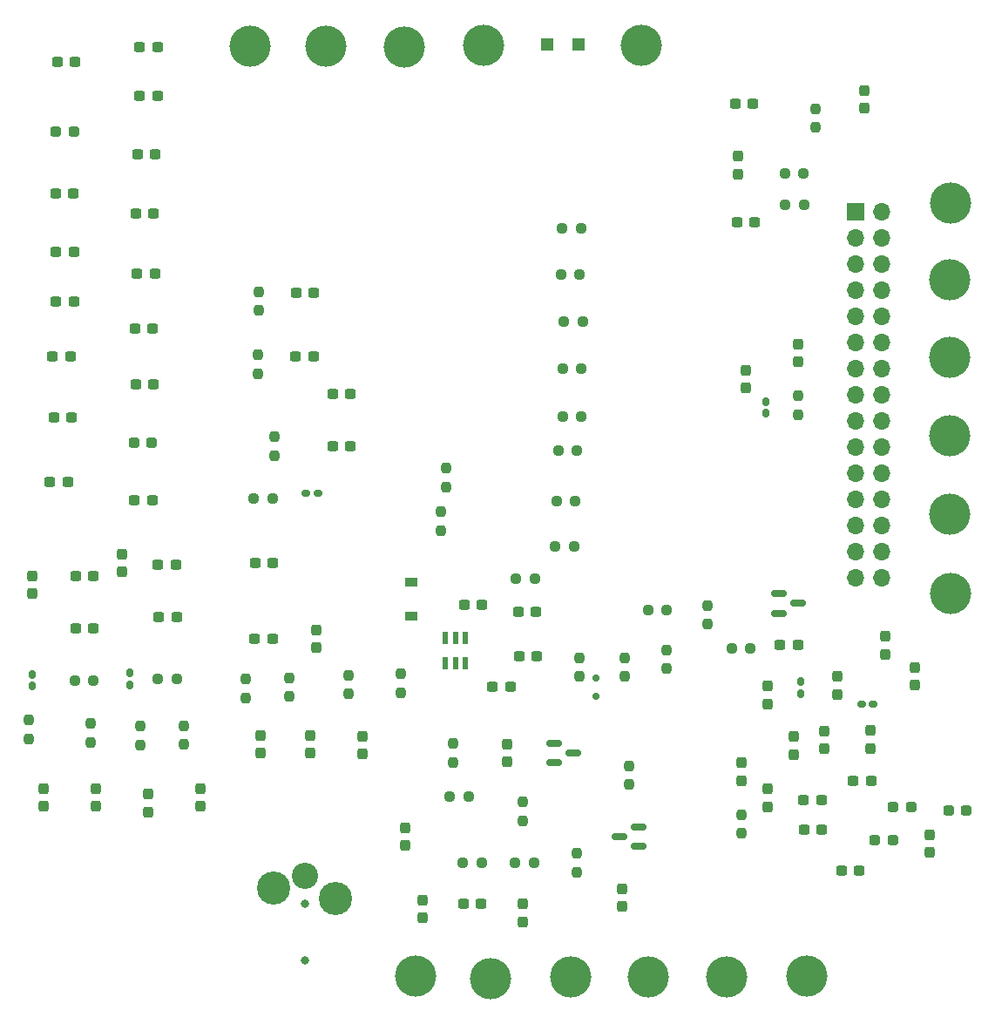
<source format=gbs>
%TF.GenerationSoftware,KiCad,Pcbnew,(6.0.8)*%
%TF.CreationDate,2022-12-02T10:37:27+07:00*%
%TF.ProjectId,espot_mainboard,6573706f-745f-46d6-9169-6e626f617264,rev?*%
%TF.SameCoordinates,Original*%
%TF.FileFunction,Soldermask,Bot*%
%TF.FilePolarity,Negative*%
%FSLAX46Y46*%
G04 Gerber Fmt 4.6, Leading zero omitted, Abs format (unit mm)*
G04 Created by KiCad (PCBNEW (6.0.8)) date 2022-12-02 10:37:27*
%MOMM*%
%LPD*%
G01*
G04 APERTURE LIST*
G04 Aperture macros list*
%AMRoundRect*
0 Rectangle with rounded corners*
0 $1 Rounding radius*
0 $2 $3 $4 $5 $6 $7 $8 $9 X,Y pos of 4 corners*
0 Add a 4 corners polygon primitive as box body*
4,1,4,$2,$3,$4,$5,$6,$7,$8,$9,$2,$3,0*
0 Add four circle primitives for the rounded corners*
1,1,$1+$1,$2,$3*
1,1,$1+$1,$4,$5*
1,1,$1+$1,$6,$7*
1,1,$1+$1,$8,$9*
0 Add four rect primitives between the rounded corners*
20,1,$1+$1,$2,$3,$4,$5,0*
20,1,$1+$1,$4,$5,$6,$7,0*
20,1,$1+$1,$6,$7,$8,$9,0*
20,1,$1+$1,$8,$9,$2,$3,0*%
G04 Aperture macros list end*
%ADD10C,0.700000*%
%ADD11C,2.550000*%
%ADD12C,3.225000*%
%ADD13C,0.800000*%
%ADD14R,1.700000X1.700000*%
%ADD15O,1.700000X1.700000*%
%ADD16RoundRect,0.237500X-0.300000X-0.237500X0.300000X-0.237500X0.300000X0.237500X-0.300000X0.237500X0*%
%ADD17RoundRect,0.237500X0.300000X0.237500X-0.300000X0.237500X-0.300000X-0.237500X0.300000X-0.237500X0*%
%ADD18RoundRect,0.237500X0.237500X-0.287500X0.237500X0.287500X-0.237500X0.287500X-0.237500X-0.287500X0*%
%ADD19RoundRect,0.237500X0.287500X0.237500X-0.287500X0.237500X-0.287500X-0.237500X0.287500X-0.237500X0*%
%ADD20RoundRect,0.237500X-0.237500X0.300000X-0.237500X-0.300000X0.237500X-0.300000X0.237500X0.300000X0*%
%ADD21RoundRect,0.237500X-0.250000X-0.237500X0.250000X-0.237500X0.250000X0.237500X-0.250000X0.237500X0*%
%ADD22RoundRect,0.237500X-0.237500X0.250000X-0.237500X-0.250000X0.237500X-0.250000X0.237500X0.250000X0*%
%ADD23C,4.000000*%
%ADD24R,1.200000X0.900000*%
%ADD25RoundRect,0.237500X0.250000X0.237500X-0.250000X0.237500X-0.250000X-0.237500X0.250000X-0.237500X0*%
%ADD26RoundRect,0.160000X-0.160000X0.222500X-0.160000X-0.222500X0.160000X-0.222500X0.160000X0.222500X0*%
%ADD27RoundRect,0.237500X0.237500X-0.300000X0.237500X0.300000X-0.237500X0.300000X-0.237500X-0.300000X0*%
%ADD28RoundRect,0.160000X0.222500X0.160000X-0.222500X0.160000X-0.222500X-0.160000X0.222500X-0.160000X0*%
%ADD29RoundRect,0.150000X-0.587500X-0.150000X0.587500X-0.150000X0.587500X0.150000X-0.587500X0.150000X0*%
%ADD30RoundRect,0.237500X0.237500X-0.250000X0.237500X0.250000X-0.237500X0.250000X-0.237500X-0.250000X0*%
%ADD31RoundRect,0.237500X-0.237500X0.287500X-0.237500X-0.287500X0.237500X-0.287500X0.237500X0.287500X0*%
%ADD32R,1.200000X1.220000*%
%ADD33RoundRect,0.160000X-0.222500X-0.160000X0.222500X-0.160000X0.222500X0.160000X-0.222500X0.160000X0*%
%ADD34RoundRect,0.150000X0.587500X0.150000X-0.587500X0.150000X-0.587500X-0.150000X0.587500X-0.150000X0*%
%ADD35R,0.600000X1.200000*%
%ADD36RoundRect,0.237500X-0.287500X-0.237500X0.287500X-0.237500X0.287500X0.237500X-0.287500X0.237500X0*%
%ADD37RoundRect,0.160000X0.160000X-0.222500X0.160000X0.222500X-0.160000X0.222500X-0.160000X-0.222500X0*%
G04 APERTURE END LIST*
D10*
%TO.C,SW1*%
X111077800Y-102495300D03*
X111077800Y-100695300D03*
%TD*%
D11*
%TO.C,J1*%
X82790800Y-119930900D03*
D12*
X85790800Y-122130900D03*
X79790800Y-121130900D03*
D13*
X82790800Y-122630900D03*
X82790800Y-128130900D03*
%TD*%
D14*
%TO.C,J2*%
X136346400Y-55471400D03*
D15*
X138886400Y-55471400D03*
X136346400Y-58011400D03*
X138886400Y-58011400D03*
X136346400Y-60551400D03*
X138886400Y-60551400D03*
X136346400Y-63091400D03*
X138886400Y-63091400D03*
X136346400Y-65631400D03*
X138886400Y-65631400D03*
X136346400Y-68171400D03*
X138886400Y-68171400D03*
X136346400Y-70711400D03*
X138886400Y-70711400D03*
X136346400Y-73251400D03*
X138886400Y-73251400D03*
X136346400Y-75791400D03*
X138886400Y-75791400D03*
X136346400Y-78331400D03*
X138886400Y-78331400D03*
X136346400Y-80871400D03*
X138886400Y-80871400D03*
X136346400Y-83411400D03*
X138886400Y-83411400D03*
X136346400Y-85951400D03*
X138886400Y-85951400D03*
X136346400Y-88491400D03*
X138886400Y-88491400D03*
X136346400Y-91031400D03*
X138886400Y-91031400D03*
%TD*%
D16*
%TO.C,C57*%
X103531100Y-94275400D03*
X105256100Y-94275400D03*
%TD*%
D17*
%TO.C,C55*%
X100007100Y-93613800D03*
X98282100Y-93613800D03*
%TD*%
D18*
%TO.C,FB8*%
X94249200Y-124053900D03*
X94249200Y-122303900D03*
%TD*%
D19*
%TO.C,FB13*%
X67959800Y-77832600D03*
X66209800Y-77832600D03*
%TD*%
D20*
%TO.C,C10*%
X134586900Y-100591100D03*
X134586900Y-102316100D03*
%TD*%
%TO.C,C17*%
X125248300Y-108972500D03*
X125248300Y-110697500D03*
%TD*%
D21*
%TO.C,R63*%
X124289600Y-97833300D03*
X126114600Y-97833300D03*
%TD*%
D22*
%TO.C,R62*%
X109514900Y-98753700D03*
X109514900Y-100578700D03*
%TD*%
D17*
%TO.C,C56*%
X105363900Y-98641900D03*
X103638900Y-98641900D03*
%TD*%
D23*
%TO.C,PAD11*%
X145565100Y-54548800D03*
%TD*%
D18*
%TO.C,FB11*%
X62499500Y-113196100D03*
X62499500Y-111446100D03*
%TD*%
D20*
%TO.C,C33*%
X92551100Y-115281400D03*
X92551100Y-117006400D03*
%TD*%
D23*
%TO.C,PAD6*%
X84819300Y-39318700D03*
%TD*%
D20*
%TO.C,C23*%
X143533100Y-115962800D03*
X143533100Y-117687800D03*
%TD*%
D24*
%TO.C,D3*%
X93180700Y-94685500D03*
X93180700Y-91385500D03*
%TD*%
D25*
%TO.C,R43*%
X99999500Y-118700300D03*
X98174500Y-118700300D03*
%TD*%
D17*
%TO.C,C61*%
X68101100Y-72214000D03*
X66376100Y-72214000D03*
%TD*%
D26*
%TO.C,FB6*%
X131028900Y-101096800D03*
X131028900Y-102241800D03*
%TD*%
D25*
%TO.C,R69*%
X70344200Y-100825500D03*
X68519200Y-100825500D03*
%TD*%
D27*
%TO.C,C20*%
X142134000Y-101417700D03*
X142134000Y-99692700D03*
%TD*%
D28*
%TO.C,FB5*%
X138067900Y-103276400D03*
X136922900Y-103276400D03*
%TD*%
D21*
%TO.C,R70*%
X77849700Y-83266000D03*
X79674700Y-83266000D03*
%TD*%
D17*
%TO.C,C74*%
X68125700Y-55646800D03*
X66400700Y-55646800D03*
%TD*%
D29*
%TO.C,U12*%
X128849500Y-94427200D03*
X128849500Y-92527200D03*
X130724500Y-93477200D03*
%TD*%
D23*
%TO.C,PAD14*%
X123813100Y-129734500D03*
%TD*%
D16*
%TO.C,C88*%
X58041000Y-81667300D03*
X59766000Y-81667300D03*
%TD*%
D27*
%TO.C,C64*%
X65022400Y-90403800D03*
X65022400Y-88678800D03*
%TD*%
D20*
%TO.C,C7*%
X139187000Y-96709700D03*
X139187000Y-98434700D03*
%TD*%
%TO.C,C11*%
X125690500Y-70836900D03*
X125690500Y-72561900D03*
%TD*%
D23*
%TO.C,PAD10*%
X145484200Y-84791300D03*
%TD*%
D17*
%TO.C,C81*%
X62242000Y-90799800D03*
X60517000Y-90799800D03*
%TD*%
D23*
%TO.C,PAD17*%
X116212100Y-129734500D03*
%TD*%
D22*
%TO.C,R15*%
X62019600Y-105149500D03*
X62019600Y-106974500D03*
%TD*%
D23*
%TO.C,PAD1*%
X145484200Y-62069000D03*
%TD*%
D17*
%TO.C,C54*%
X102776300Y-101606900D03*
X101051300Y-101606900D03*
%TD*%
D25*
%TO.C,R44*%
X105079500Y-118700300D03*
X103254500Y-118700300D03*
%TD*%
D21*
%TO.C,R6*%
X107434300Y-78650200D03*
X109259300Y-78650200D03*
%TD*%
D17*
%TO.C,C91*%
X83643200Y-69509500D03*
X81918200Y-69509500D03*
%TD*%
D22*
%TO.C,R13*%
X71037900Y-105361700D03*
X71037900Y-107186700D03*
%TD*%
D30*
%TO.C,R10*%
X87087100Y-102292400D03*
X87087100Y-100467400D03*
%TD*%
D21*
%TO.C,R7*%
X107289400Y-83509800D03*
X109114400Y-83509800D03*
%TD*%
D22*
%TO.C,R14*%
X66806700Y-105411900D03*
X66806700Y-107236900D03*
%TD*%
D17*
%TO.C,C93*%
X87244700Y-78186000D03*
X85519700Y-78186000D03*
%TD*%
D27*
%TO.C,C26*%
X113656100Y-122949800D03*
X113656100Y-121224800D03*
%TD*%
D31*
%TO.C,FB1*%
X124884900Y-50011800D03*
X124884900Y-51761800D03*
%TD*%
D20*
%TO.C,C8*%
X130770500Y-68296900D03*
X130770500Y-70021900D03*
%TD*%
D23*
%TO.C,PAD16*%
X77460800Y-39318700D03*
%TD*%
%TO.C,PAD3*%
X93570600Y-129653600D03*
%TD*%
D32*
%TO.C,TS1*%
X106353800Y-39156900D03*
X109453800Y-39156900D03*
%TD*%
D17*
%TO.C,C89*%
X68477700Y-39468000D03*
X66752700Y-39468000D03*
%TD*%
D23*
%TO.C,PAD13*%
X145484200Y-69589100D03*
%TD*%
D22*
%TO.C,R72*%
X78344900Y-63186000D03*
X78344900Y-65011000D03*
%TD*%
D27*
%TO.C,C72*%
X72659500Y-113183600D03*
X72659500Y-111458600D03*
%TD*%
D17*
%TO.C,C16*%
X133003000Y-112584500D03*
X131278000Y-112584500D03*
%TD*%
D20*
%TO.C,C9*%
X137747000Y-105828100D03*
X137747000Y-107553100D03*
%TD*%
D30*
%TO.C,R17*%
X78259600Y-71185000D03*
X78259600Y-69360000D03*
%TD*%
D27*
%TO.C,C84*%
X83359900Y-108030900D03*
X83359900Y-106305900D03*
%TD*%
D16*
%TO.C,C73*%
X58623400Y-64130400D03*
X60348400Y-64130400D03*
%TD*%
D17*
%TO.C,C83*%
X62242000Y-95916400D03*
X60517000Y-95916400D03*
%TD*%
D30*
%TO.C,R23*%
X130770500Y-75151900D03*
X130770500Y-73326900D03*
%TD*%
D17*
%TO.C,C65*%
X70266100Y-89712200D03*
X68541100Y-89712200D03*
%TD*%
D20*
%TO.C,C80*%
X56299500Y-90799800D03*
X56299500Y-92524800D03*
%TD*%
D16*
%TO.C,C62*%
X58615100Y-53664600D03*
X60340100Y-53664600D03*
%TD*%
D25*
%TO.C,R46*%
X131319800Y-54790400D03*
X129494800Y-54790400D03*
%TD*%
D23*
%TO.C,PAD15*%
X115504900Y-39237800D03*
%TD*%
D16*
%TO.C,C85*%
X58409200Y-75425500D03*
X60134200Y-75425500D03*
%TD*%
%TO.C,C2*%
X124828000Y-56459400D03*
X126553000Y-56459400D03*
%TD*%
D23*
%TO.C,PAD2*%
X100848200Y-129977100D03*
%TD*%
D21*
%TO.C,R52*%
X103312100Y-91073800D03*
X105137100Y-91073800D03*
%TD*%
D20*
%TO.C,C25*%
X102497100Y-107154700D03*
X102497100Y-108879700D03*
%TD*%
D16*
%TO.C,C35*%
X98238400Y-122693700D03*
X99963400Y-122693700D03*
%TD*%
D23*
%TO.C,PAD8*%
X92501200Y-39399500D03*
%TD*%
D20*
%TO.C,C78*%
X83939400Y-96050700D03*
X83939400Y-97775700D03*
%TD*%
D16*
%TO.C,C22*%
X131349900Y-115459600D03*
X133074900Y-115459600D03*
%TD*%
D23*
%TO.C,PAD7*%
X100183100Y-39237800D03*
%TD*%
D33*
%TO.C,FB15*%
X82924500Y-82750400D03*
X84069500Y-82750400D03*
%TD*%
D34*
%TO.C,U6*%
X115264500Y-115210300D03*
X115264500Y-117110300D03*
X113389500Y-116160300D03*
%TD*%
D20*
%TO.C,C58*%
X57419500Y-111458600D03*
X57419500Y-113183600D03*
%TD*%
D29*
%TO.C,U5*%
X107017800Y-108967200D03*
X107017800Y-107067200D03*
X108892800Y-108017200D03*
%TD*%
D17*
%TO.C,C59*%
X58741400Y-40840500D03*
X60466400Y-40840500D03*
%TD*%
D30*
%TO.C,R73*%
X96520000Y-82192500D03*
X96520000Y-80367500D03*
%TD*%
D22*
%TO.C,R25*%
X103961600Y-112797700D03*
X103961600Y-114622700D03*
%TD*%
D25*
%TO.C,R4*%
X109699200Y-70640300D03*
X107874200Y-70640300D03*
%TD*%
D21*
%TO.C,R8*%
X107165100Y-87973300D03*
X108990100Y-87973300D03*
%TD*%
D20*
%TO.C,C38*%
X137224300Y-43666700D03*
X137224300Y-45391700D03*
%TD*%
D35*
%TO.C,U11*%
X96489400Y-96798900D03*
X97439400Y-96798900D03*
X98389400Y-96798900D03*
X98389400Y-99298900D03*
X97439400Y-99298900D03*
X96489400Y-99298900D03*
%TD*%
D25*
%TO.C,R49*%
X131283800Y-51735600D03*
X129458800Y-51735600D03*
%TD*%
D22*
%TO.C,R64*%
X121967700Y-93686300D03*
X121967700Y-95511300D03*
%TD*%
%TO.C,R16*%
X55972000Y-104831200D03*
X55972000Y-106656200D03*
%TD*%
D36*
%TO.C,L1*%
X145353500Y-113626800D03*
X147103500Y-113626800D03*
%TD*%
D22*
%TO.C,R50*%
X117924500Y-97999000D03*
X117924500Y-99824000D03*
%TD*%
D30*
%TO.C,R47*%
X132471900Y-47240500D03*
X132471900Y-45415500D03*
%TD*%
D27*
%TO.C,C12*%
X127788300Y-103255400D03*
X127788300Y-101530400D03*
%TD*%
D23*
%TO.C,PAD12*%
X131575900Y-129653600D03*
%TD*%
D30*
%TO.C,R9*%
X92100600Y-102130700D03*
X92100600Y-100305700D03*
%TD*%
%TO.C,R39*%
X97217500Y-108915400D03*
X97217500Y-107090400D03*
%TD*%
D16*
%TO.C,C15*%
X136093800Y-110715700D03*
X137818800Y-110715700D03*
%TD*%
D27*
%TO.C,C75*%
X78512800Y-108030900D03*
X78512800Y-106305900D03*
%TD*%
D25*
%TO.C,R5*%
X109699200Y-75308600D03*
X107874200Y-75308600D03*
%TD*%
D27*
%TO.C,C87*%
X88399700Y-108128300D03*
X88399700Y-106403300D03*
%TD*%
D22*
%TO.C,R61*%
X113881400Y-98753700D03*
X113881400Y-100578700D03*
%TD*%
D19*
%TO.C,L2*%
X141712700Y-113267400D03*
X139962700Y-113267400D03*
%TD*%
D36*
%TO.C,L3*%
X138201700Y-116465900D03*
X139951700Y-116465900D03*
%TD*%
D17*
%TO.C,C86*%
X68477700Y-44167300D03*
X66752700Y-44167300D03*
%TD*%
%TO.C,C63*%
X68046200Y-66795500D03*
X66321200Y-66795500D03*
%TD*%
D22*
%TO.C,R24*%
X125248300Y-114002500D03*
X125248300Y-115827500D03*
%TD*%
D26*
%TO.C,FB14*%
X65773700Y-100244700D03*
X65773700Y-101389700D03*
%TD*%
D22*
%TO.C,R11*%
X81326200Y-100726000D03*
X81326200Y-102551000D03*
%TD*%
D25*
%TO.C,R71*%
X62292000Y-100959800D03*
X60467000Y-100959800D03*
%TD*%
D16*
%TO.C,C1*%
X124659700Y-44959000D03*
X126384700Y-44959000D03*
%TD*%
D36*
%TO.C,FB12*%
X58632700Y-47653800D03*
X60382700Y-47653800D03*
%TD*%
D17*
%TO.C,C71*%
X70357100Y-94772000D03*
X68632100Y-94772000D03*
%TD*%
%TO.C,C92*%
X87244700Y-73092000D03*
X85519700Y-73092000D03*
%TD*%
D16*
%TO.C,C76*%
X58285600Y-69491300D03*
X60010600Y-69491300D03*
%TD*%
D21*
%TO.C,R59*%
X116149500Y-94113600D03*
X117974500Y-94113600D03*
%TD*%
D17*
%TO.C,C90*%
X83662800Y-63338600D03*
X81937800Y-63338600D03*
%TD*%
D27*
%TO.C,C37*%
X103952700Y-124405300D03*
X103952700Y-122680300D03*
%TD*%
D20*
%TO.C,C18*%
X130328300Y-106432500D03*
X130328300Y-108157500D03*
%TD*%
D25*
%TO.C,R1*%
X109652100Y-57059700D03*
X107827100Y-57059700D03*
%TD*%
D16*
%TO.C,C13*%
X128999400Y-97520400D03*
X130724400Y-97520400D03*
%TD*%
%TO.C,C67*%
X58648000Y-59297100D03*
X60373000Y-59297100D03*
%TD*%
D22*
%TO.C,R12*%
X77082300Y-100832100D03*
X77082300Y-102657100D03*
%TD*%
D27*
%TO.C,C14*%
X133266100Y-107594800D03*
X133266100Y-105869800D03*
%TD*%
D23*
%TO.C,PAD5*%
X145565100Y-92554000D03*
%TD*%
D27*
%TO.C,C19*%
X127788300Y-113237500D03*
X127788300Y-111512500D03*
%TD*%
D17*
%TO.C,C21*%
X136668600Y-119432300D03*
X134943600Y-119432300D03*
%TD*%
D21*
%TO.C,R40*%
X96894100Y-112288600D03*
X98719100Y-112288600D03*
%TD*%
D23*
%TO.C,PAD4*%
X145484200Y-77190200D03*
%TD*%
D17*
%TO.C,C68*%
X68227400Y-61466000D03*
X66502400Y-61466000D03*
%TD*%
D27*
%TO.C,C66*%
X67579500Y-113743900D03*
X67579500Y-112018900D03*
%TD*%
D16*
%TO.C,C60*%
X66255300Y-83497900D03*
X67980300Y-83497900D03*
%TD*%
D26*
%TO.C,FB16*%
X56299500Y-100387300D03*
X56299500Y-101532300D03*
%TD*%
D22*
%TO.C,R75*%
X79830000Y-77301400D03*
X79830000Y-79126400D03*
%TD*%
%TO.C,R27*%
X109247000Y-117787800D03*
X109247000Y-119612800D03*
%TD*%
D37*
%TO.C,FB4*%
X127577100Y-75023700D03*
X127577100Y-73878700D03*
%TD*%
D25*
%TO.C,R3*%
X109806300Y-66066300D03*
X107981300Y-66066300D03*
%TD*%
D16*
%TO.C,C82*%
X77994000Y-89521800D03*
X79719000Y-89521800D03*
%TD*%
D30*
%TO.C,R74*%
X96039600Y-86425000D03*
X96039600Y-84600000D03*
%TD*%
D23*
%TO.C,PAD9*%
X108611000Y-129815400D03*
%TD*%
D22*
%TO.C,R26*%
X114327000Y-109255300D03*
X114327000Y-111080300D03*
%TD*%
D16*
%TO.C,C79*%
X77952800Y-96881800D03*
X79677800Y-96881800D03*
%TD*%
D17*
%TO.C,C77*%
X68263200Y-49874700D03*
X66538200Y-49874700D03*
%TD*%
D25*
%TO.C,R2*%
X109523300Y-61539400D03*
X107698300Y-61539400D03*
%TD*%
M02*

</source>
